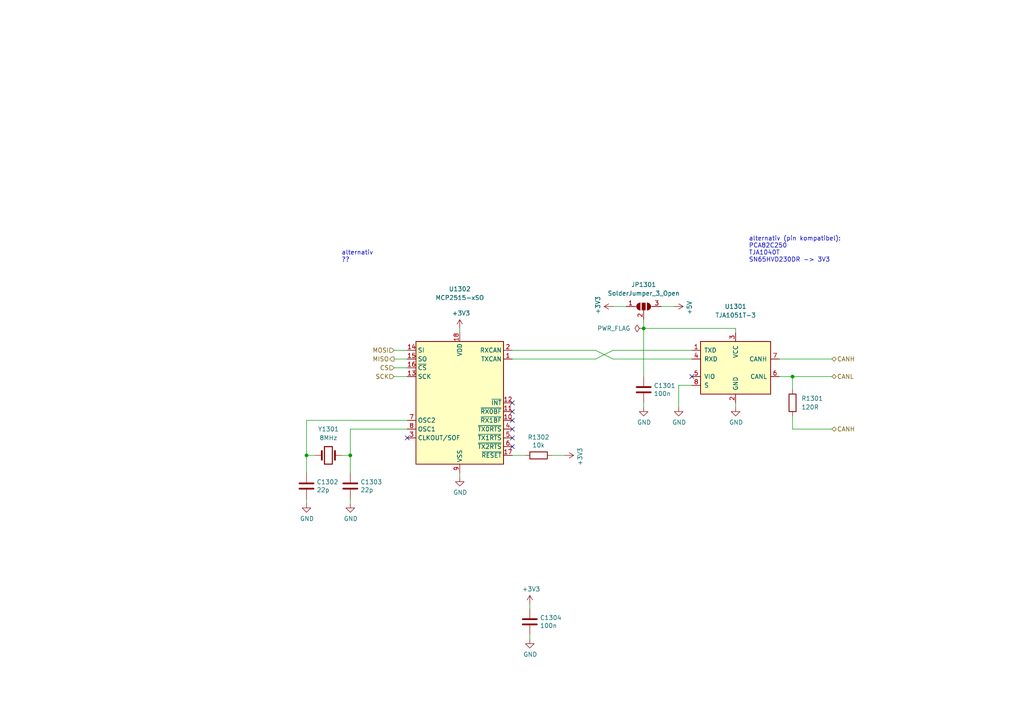
<source format=kicad_sch>
(kicad_sch (version 20211123) (generator eeschema)

  (uuid de588ed9-a530-46f0-aa03-e0307ff72286)

  (paper "A4")

  (lib_symbols
    (symbol "Device:C" (pin_numbers hide) (pin_names (offset 0.254)) (in_bom yes) (on_board yes)
      (property "Reference" "C" (id 0) (at 0.635 2.54 0)
        (effects (font (size 1.27 1.27)) (justify left))
      )
      (property "Value" "C" (id 1) (at 0.635 -2.54 0)
        (effects (font (size 1.27 1.27)) (justify left))
      )
      (property "Footprint" "" (id 2) (at 0.9652 -3.81 0)
        (effects (font (size 1.27 1.27)) hide)
      )
      (property "Datasheet" "~" (id 3) (at 0 0 0)
        (effects (font (size 1.27 1.27)) hide)
      )
      (property "ki_keywords" "cap capacitor" (id 4) (at 0 0 0)
        (effects (font (size 1.27 1.27)) hide)
      )
      (property "ki_description" "Unpolarized capacitor" (id 5) (at 0 0 0)
        (effects (font (size 1.27 1.27)) hide)
      )
      (property "ki_fp_filters" "C_*" (id 6) (at 0 0 0)
        (effects (font (size 1.27 1.27)) hide)
      )
      (symbol "C_0_1"
        (polyline
          (pts
            (xy -2.032 -0.762)
            (xy 2.032 -0.762)
          )
          (stroke (width 0.508) (type default) (color 0 0 0 0))
          (fill (type none))
        )
        (polyline
          (pts
            (xy -2.032 0.762)
            (xy 2.032 0.762)
          )
          (stroke (width 0.508) (type default) (color 0 0 0 0))
          (fill (type none))
        )
      )
      (symbol "C_1_1"
        (pin passive line (at 0 3.81 270) (length 2.794)
          (name "~" (effects (font (size 1.27 1.27))))
          (number "1" (effects (font (size 1.27 1.27))))
        )
        (pin passive line (at 0 -3.81 90) (length 2.794)
          (name "~" (effects (font (size 1.27 1.27))))
          (number "2" (effects (font (size 1.27 1.27))))
        )
      )
    )
    (symbol "Device:Crystal" (pin_numbers hide) (pin_names (offset 1.016) hide) (in_bom yes) (on_board yes)
      (property "Reference" "Y" (id 0) (at 0 3.81 0)
        (effects (font (size 1.27 1.27)))
      )
      (property "Value" "Crystal" (id 1) (at 0 -3.81 0)
        (effects (font (size 1.27 1.27)))
      )
      (property "Footprint" "" (id 2) (at 0 0 0)
        (effects (font (size 1.27 1.27)) hide)
      )
      (property "Datasheet" "~" (id 3) (at 0 0 0)
        (effects (font (size 1.27 1.27)) hide)
      )
      (property "ki_keywords" "quartz ceramic resonator oscillator" (id 4) (at 0 0 0)
        (effects (font (size 1.27 1.27)) hide)
      )
      (property "ki_description" "Two pin crystal" (id 5) (at 0 0 0)
        (effects (font (size 1.27 1.27)) hide)
      )
      (property "ki_fp_filters" "Crystal*" (id 6) (at 0 0 0)
        (effects (font (size 1.27 1.27)) hide)
      )
      (symbol "Crystal_0_1"
        (rectangle (start -1.143 2.54) (end 1.143 -2.54)
          (stroke (width 0.3048) (type default) (color 0 0 0 0))
          (fill (type none))
        )
        (polyline
          (pts
            (xy -2.54 0)
            (xy -1.905 0)
          )
          (stroke (width 0) (type default) (color 0 0 0 0))
          (fill (type none))
        )
        (polyline
          (pts
            (xy -1.905 -1.27)
            (xy -1.905 1.27)
          )
          (stroke (width 0.508) (type default) (color 0 0 0 0))
          (fill (type none))
        )
        (polyline
          (pts
            (xy 1.905 -1.27)
            (xy 1.905 1.27)
          )
          (stroke (width 0.508) (type default) (color 0 0 0 0))
          (fill (type none))
        )
        (polyline
          (pts
            (xy 2.54 0)
            (xy 1.905 0)
          )
          (stroke (width 0) (type default) (color 0 0 0 0))
          (fill (type none))
        )
      )
      (symbol "Crystal_1_1"
        (pin passive line (at -3.81 0 0) (length 1.27)
          (name "1" (effects (font (size 1.27 1.27))))
          (number "1" (effects (font (size 1.27 1.27))))
        )
        (pin passive line (at 3.81 0 180) (length 1.27)
          (name "2" (effects (font (size 1.27 1.27))))
          (number "2" (effects (font (size 1.27 1.27))))
        )
      )
    )
    (symbol "Device:R" (pin_numbers hide) (pin_names (offset 0)) (in_bom yes) (on_board yes)
      (property "Reference" "R" (id 0) (at 2.032 0 90)
        (effects (font (size 1.27 1.27)))
      )
      (property "Value" "R" (id 1) (at 0 0 90)
        (effects (font (size 1.27 1.27)))
      )
      (property "Footprint" "" (id 2) (at -1.778 0 90)
        (effects (font (size 1.27 1.27)) hide)
      )
      (property "Datasheet" "~" (id 3) (at 0 0 0)
        (effects (font (size 1.27 1.27)) hide)
      )
      (property "ki_keywords" "R res resistor" (id 4) (at 0 0 0)
        (effects (font (size 1.27 1.27)) hide)
      )
      (property "ki_description" "Resistor" (id 5) (at 0 0 0)
        (effects (font (size 1.27 1.27)) hide)
      )
      (property "ki_fp_filters" "R_*" (id 6) (at 0 0 0)
        (effects (font (size 1.27 1.27)) hide)
      )
      (symbol "R_0_1"
        (rectangle (start -1.016 -2.54) (end 1.016 2.54)
          (stroke (width 0.254) (type default) (color 0 0 0 0))
          (fill (type none))
        )
      )
      (symbol "R_1_1"
        (pin passive line (at 0 3.81 270) (length 1.27)
          (name "~" (effects (font (size 1.27 1.27))))
          (number "1" (effects (font (size 1.27 1.27))))
        )
        (pin passive line (at 0 -3.81 90) (length 1.27)
          (name "~" (effects (font (size 1.27 1.27))))
          (number "2" (effects (font (size 1.27 1.27))))
        )
      )
    )
    (symbol "Interface_CAN_LIN:MCP2515-xSO" (in_bom yes) (on_board yes)
      (property "Reference" "U" (id 0) (at -10.16 19.685 0)
        (effects (font (size 1.27 1.27)) (justify right))
      )
      (property "Value" "MCP2515-xSO" (id 1) (at 19.05 20.32 0)
        (effects (font (size 1.27 1.27)) (justify right top))
      )
      (property "Footprint" "Package_SO:SOIC-18W_7.5x11.6mm_P1.27mm" (id 2) (at 0 -22.86 0)
        (effects (font (size 1.27 1.27) italic) hide)
      )
      (property "Datasheet" "http://ww1.microchip.com/downloads/en/DeviceDoc/21801e.pdf" (id 3) (at 2.54 -20.32 0)
        (effects (font (size 1.27 1.27)) hide)
      )
      (property "ki_keywords" "CAN Controller SPI" (id 4) (at 0 0 0)
        (effects (font (size 1.27 1.27)) hide)
      )
      (property "ki_description" "Stand-Alone CAN Controller with SPI Interface, SOIC-18" (id 5) (at 0 0 0)
        (effects (font (size 1.27 1.27)) hide)
      )
      (property "ki_fp_filters" "SOIC*7.5x11.6mm*P1.27mm*" (id 6) (at 0 0 0)
        (effects (font (size 1.27 1.27)) hide)
      )
      (symbol "MCP2515-xSO_0_1"
        (rectangle (start -12.7 17.78) (end 12.7 -17.78)
          (stroke (width 0.254) (type default) (color 0 0 0 0))
          (fill (type background))
        )
      )
      (symbol "MCP2515-xSO_1_1"
        (pin output line (at 15.24 12.7 180) (length 2.54)
          (name "TXCAN" (effects (font (size 1.27 1.27))))
          (number "1" (effects (font (size 1.27 1.27))))
        )
        (pin output line (at 15.24 -5.08 180) (length 2.54)
          (name "~{RX1BF}" (effects (font (size 1.27 1.27))))
          (number "10" (effects (font (size 1.27 1.27))))
        )
        (pin output line (at 15.24 -2.54 180) (length 2.54)
          (name "~{RX0BF}" (effects (font (size 1.27 1.27))))
          (number "11" (effects (font (size 1.27 1.27))))
        )
        (pin output line (at 15.24 0 180) (length 2.54)
          (name "~{INT}" (effects (font (size 1.27 1.27))))
          (number "12" (effects (font (size 1.27 1.27))))
        )
        (pin input line (at -15.24 7.62 0) (length 2.54)
          (name "SCK" (effects (font (size 1.27 1.27))))
          (number "13" (effects (font (size 1.27 1.27))))
        )
        (pin input line (at -15.24 15.24 0) (length 2.54)
          (name "SI" (effects (font (size 1.27 1.27))))
          (number "14" (effects (font (size 1.27 1.27))))
        )
        (pin output line (at -15.24 12.7 0) (length 2.54)
          (name "SO" (effects (font (size 1.27 1.27))))
          (number "15" (effects (font (size 1.27 1.27))))
        )
        (pin input line (at -15.24 10.16 0) (length 2.54)
          (name "~{CS}" (effects (font (size 1.27 1.27))))
          (number "16" (effects (font (size 1.27 1.27))))
        )
        (pin input line (at 15.24 -15.24 180) (length 2.54)
          (name "~{RESET}" (effects (font (size 1.27 1.27))))
          (number "17" (effects (font (size 1.27 1.27))))
        )
        (pin power_in line (at 0 20.32 270) (length 2.54)
          (name "VDD" (effects (font (size 1.27 1.27))))
          (number "18" (effects (font (size 1.27 1.27))))
        )
        (pin input line (at 15.24 15.24 180) (length 2.54)
          (name "RXCAN" (effects (font (size 1.27 1.27))))
          (number "2" (effects (font (size 1.27 1.27))))
        )
        (pin output line (at -15.24 -10.16 0) (length 2.54)
          (name "CLKOUT/SOF" (effects (font (size 1.27 1.27))))
          (number "3" (effects (font (size 1.27 1.27))))
        )
        (pin input line (at 15.24 -7.62 180) (length 2.54)
          (name "~{TX0RTS}" (effects (font (size 1.27 1.27))))
          (number "4" (effects (font (size 1.27 1.27))))
        )
        (pin input line (at 15.24 -10.16 180) (length 2.54)
          (name "~{TX1RTS}" (effects (font (size 1.27 1.27))))
          (number "5" (effects (font (size 1.27 1.27))))
        )
        (pin input line (at 15.24 -12.7 180) (length 2.54)
          (name "~{TX2RTS}" (effects (font (size 1.27 1.27))))
          (number "6" (effects (font (size 1.27 1.27))))
        )
        (pin output line (at -15.24 -5.08 0) (length 2.54)
          (name "OSC2" (effects (font (size 1.27 1.27))))
          (number "7" (effects (font (size 1.27 1.27))))
        )
        (pin input line (at -15.24 -7.62 0) (length 2.54)
          (name "OSC1" (effects (font (size 1.27 1.27))))
          (number "8" (effects (font (size 1.27 1.27))))
        )
        (pin power_in line (at 0 -20.32 90) (length 2.54)
          (name "VSS" (effects (font (size 1.27 1.27))))
          (number "9" (effects (font (size 1.27 1.27))))
        )
      )
    )
    (symbol "Interface_CAN_LIN:TJA1051T-3" (pin_names (offset 1.016)) (in_bom yes) (on_board yes)
      (property "Reference" "U" (id 0) (at -10.16 8.89 0)
        (effects (font (size 1.27 1.27)) (justify left))
      )
      (property "Value" "TJA1051T-3" (id 1) (at 1.27 8.89 0)
        (effects (font (size 1.27 1.27)) (justify left))
      )
      (property "Footprint" "Package_SO:SOIC-8_3.9x4.9mm_P1.27mm" (id 2) (at 0 -12.7 0)
        (effects (font (size 1.27 1.27) italic) hide)
      )
      (property "Datasheet" "http://www.nxp.com/documents/data_sheet/TJA1051.pdf" (id 3) (at 0 0 0)
        (effects (font (size 1.27 1.27)) hide)
      )
      (property "ki_keywords" "High-Speed CAN Transceiver" (id 4) (at 0 0 0)
        (effects (font (size 1.27 1.27)) hide)
      )
      (property "ki_description" "High-Speed CAN Transceiver, separate VIO, silent mode, SOIC-8" (id 5) (at 0 0 0)
        (effects (font (size 1.27 1.27)) hide)
      )
      (property "ki_fp_filters" "SOIC*3.9x4.9mm*P1.27mm*" (id 6) (at 0 0 0)
        (effects (font (size 1.27 1.27)) hide)
      )
      (symbol "TJA1051T-3_0_1"
        (rectangle (start -10.16 7.62) (end 10.16 -7.62)
          (stroke (width 0.254) (type default) (color 0 0 0 0))
          (fill (type background))
        )
      )
      (symbol "TJA1051T-3_1_1"
        (pin input line (at -12.7 5.08 0) (length 2.54)
          (name "TXD" (effects (font (size 1.27 1.27))))
          (number "1" (effects (font (size 1.27 1.27))))
        )
        (pin power_in line (at 0 -10.16 90) (length 2.54)
          (name "GND" (effects (font (size 1.27 1.27))))
          (number "2" (effects (font (size 1.27 1.27))))
        )
        (pin power_in line (at 0 10.16 270) (length 2.54)
          (name "VCC" (effects (font (size 1.27 1.27))))
          (number "3" (effects (font (size 1.27 1.27))))
        )
        (pin output line (at -12.7 2.54 0) (length 2.54)
          (name "RXD" (effects (font (size 1.27 1.27))))
          (number "4" (effects (font (size 1.27 1.27))))
        )
        (pin power_in line (at -12.7 -2.54 0) (length 2.54)
          (name "VIO" (effects (font (size 1.27 1.27))))
          (number "5" (effects (font (size 1.27 1.27))))
        )
        (pin bidirectional line (at 12.7 -2.54 180) (length 2.54)
          (name "CANL" (effects (font (size 1.27 1.27))))
          (number "6" (effects (font (size 1.27 1.27))))
        )
        (pin bidirectional line (at 12.7 2.54 180) (length 2.54)
          (name "CANH" (effects (font (size 1.27 1.27))))
          (number "7" (effects (font (size 1.27 1.27))))
        )
        (pin input line (at -12.7 -5.08 0) (length 2.54)
          (name "S" (effects (font (size 1.27 1.27))))
          (number "8" (effects (font (size 1.27 1.27))))
        )
      )
    )
    (symbol "Jumper:SolderJumper_3_Open" (pin_names (offset 0) hide) (in_bom yes) (on_board yes)
      (property "Reference" "JP" (id 0) (at -2.54 -2.54 0)
        (effects (font (size 1.27 1.27)))
      )
      (property "Value" "SolderJumper_3_Open" (id 1) (at 0 2.794 0)
        (effects (font (size 1.27 1.27)))
      )
      (property "Footprint" "" (id 2) (at 0 0 0)
        (effects (font (size 1.27 1.27)) hide)
      )
      (property "Datasheet" "~" (id 3) (at 0 0 0)
        (effects (font (size 1.27 1.27)) hide)
      )
      (property "ki_keywords" "Solder Jumper SPDT" (id 4) (at 0 0 0)
        (effects (font (size 1.27 1.27)) hide)
      )
      (property "ki_description" "Solder Jumper, 3-pole, open" (id 5) (at 0 0 0)
        (effects (font (size 1.27 1.27)) hide)
      )
      (property "ki_fp_filters" "SolderJumper*Open*" (id 6) (at 0 0 0)
        (effects (font (size 1.27 1.27)) hide)
      )
      (symbol "SolderJumper_3_Open_0_1"
        (arc (start -1.016 1.016) (mid -2.032 0) (end -1.016 -1.016)
          (stroke (width 0) (type default) (color 0 0 0 0))
          (fill (type none))
        )
        (arc (start -1.016 1.016) (mid -2.032 0) (end -1.016 -1.016)
          (stroke (width 0) (type default) (color 0 0 0 0))
          (fill (type outline))
        )
        (rectangle (start -0.508 1.016) (end 0.508 -1.016)
          (stroke (width 0) (type default) (color 0 0 0 0))
          (fill (type outline))
        )
        (polyline
          (pts
            (xy -2.54 0)
            (xy -2.032 0)
          )
          (stroke (width 0) (type default) (color 0 0 0 0))
          (fill (type none))
        )
        (polyline
          (pts
            (xy -1.016 1.016)
            (xy -1.016 -1.016)
          )
          (stroke (width 0) (type default) (color 0 0 0 0))
          (fill (type none))
        )
        (polyline
          (pts
            (xy 0 -1.27)
            (xy 0 -1.016)
          )
          (stroke (width 0) (type default) (color 0 0 0 0))
          (fill (type none))
        )
        (polyline
          (pts
            (xy 1.016 1.016)
            (xy 1.016 -1.016)
          )
          (stroke (width 0) (type default) (color 0 0 0 0))
          (fill (type none))
        )
        (polyline
          (pts
            (xy 2.54 0)
            (xy 2.032 0)
          )
          (stroke (width 0) (type default) (color 0 0 0 0))
          (fill (type none))
        )
        (arc (start 1.016 -1.016) (mid 2.032 0) (end 1.016 1.016)
          (stroke (width 0) (type default) (color 0 0 0 0))
          (fill (type none))
        )
        (arc (start 1.016 -1.016) (mid 2.032 0) (end 1.016 1.016)
          (stroke (width 0) (type default) (color 0 0 0 0))
          (fill (type outline))
        )
      )
      (symbol "SolderJumper_3_Open_1_1"
        (pin passive line (at -5.08 0 0) (length 2.54)
          (name "A" (effects (font (size 1.27 1.27))))
          (number "1" (effects (font (size 1.27 1.27))))
        )
        (pin passive line (at 0 -3.81 90) (length 2.54)
          (name "C" (effects (font (size 1.27 1.27))))
          (number "2" (effects (font (size 1.27 1.27))))
        )
        (pin passive line (at 5.08 0 180) (length 2.54)
          (name "B" (effects (font (size 1.27 1.27))))
          (number "3" (effects (font (size 1.27 1.27))))
        )
      )
    )
    (symbol "power:+3V3" (power) (pin_names (offset 0)) (in_bom yes) (on_board yes)
      (property "Reference" "#PWR" (id 0) (at 0 -3.81 0)
        (effects (font (size 1.27 1.27)) hide)
      )
      (property "Value" "+3V3" (id 1) (at 0 3.556 0)
        (effects (font (size 1.27 1.27)))
      )
      (property "Footprint" "" (id 2) (at 0 0 0)
        (effects (font (size 1.27 1.27)) hide)
      )
      (property "Datasheet" "" (id 3) (at 0 0 0)
        (effects (font (size 1.27 1.27)) hide)
      )
      (property "ki_keywords" "power-flag" (id 4) (at 0 0 0)
        (effects (font (size 1.27 1.27)) hide)
      )
      (property "ki_description" "Power symbol creates a global label with name \"+3V3\"" (id 5) (at 0 0 0)
        (effects (font (size 1.27 1.27)) hide)
      )
      (symbol "+3V3_0_1"
        (polyline
          (pts
            (xy -0.762 1.27)
            (xy 0 2.54)
          )
          (stroke (width 0) (type default) (color 0 0 0 0))
          (fill (type none))
        )
        (polyline
          (pts
            (xy 0 0)
            (xy 0 2.54)
          )
          (stroke (width 0) (type default) (color 0 0 0 0))
          (fill (type none))
        )
        (polyline
          (pts
            (xy 0 2.54)
            (xy 0.762 1.27)
          )
          (stroke (width 0) (type default) (color 0 0 0 0))
          (fill (type none))
        )
      )
      (symbol "+3V3_1_1"
        (pin power_in line (at 0 0 90) (length 0) hide
          (name "+3V3" (effects (font (size 1.27 1.27))))
          (number "1" (effects (font (size 1.27 1.27))))
        )
      )
    )
    (symbol "power:+5V" (power) (pin_names (offset 0)) (in_bom yes) (on_board yes)
      (property "Reference" "#PWR" (id 0) (at 0 -3.81 0)
        (effects (font (size 1.27 1.27)) hide)
      )
      (property "Value" "+5V" (id 1) (at 0 3.556 0)
        (effects (font (size 1.27 1.27)))
      )
      (property "Footprint" "" (id 2) (at 0 0 0)
        (effects (font (size 1.27 1.27)) hide)
      )
      (property "Datasheet" "" (id 3) (at 0 0 0)
        (effects (font (size 1.27 1.27)) hide)
      )
      (property "ki_keywords" "power-flag" (id 4) (at 0 0 0)
        (effects (font (size 1.27 1.27)) hide)
      )
      (property "ki_description" "Power symbol creates a global label with name \"+5V\"" (id 5) (at 0 0 0)
        (effects (font (size 1.27 1.27)) hide)
      )
      (symbol "+5V_0_1"
        (polyline
          (pts
            (xy -0.762 1.27)
            (xy 0 2.54)
          )
          (stroke (width 0) (type default) (color 0 0 0 0))
          (fill (type none))
        )
        (polyline
          (pts
            (xy 0 0)
            (xy 0 2.54)
          )
          (stroke (width 0) (type default) (color 0 0 0 0))
          (fill (type none))
        )
        (polyline
          (pts
            (xy 0 2.54)
            (xy 0.762 1.27)
          )
          (stroke (width 0) (type default) (color 0 0 0 0))
          (fill (type none))
        )
      )
      (symbol "+5V_1_1"
        (pin power_in line (at 0 0 90) (length 0) hide
          (name "+5V" (effects (font (size 1.27 1.27))))
          (number "1" (effects (font (size 1.27 1.27))))
        )
      )
    )
    (symbol "power:GND" (power) (pin_names (offset 0)) (in_bom yes) (on_board yes)
      (property "Reference" "#PWR" (id 0) (at 0 -6.35 0)
        (effects (font (size 1.27 1.27)) hide)
      )
      (property "Value" "GND" (id 1) (at 0 -3.81 0)
        (effects (font (size 1.27 1.27)))
      )
      (property "Footprint" "" (id 2) (at 0 0 0)
        (effects (font (size 1.27 1.27)) hide)
      )
      (property "Datasheet" "" (id 3) (at 0 0 0)
        (effects (font (size 1.27 1.27)) hide)
      )
      (property "ki_keywords" "power-flag" (id 4) (at 0 0 0)
        (effects (font (size 1.27 1.27)) hide)
      )
      (property "ki_description" "Power symbol creates a global label with name \"GND\" , ground" (id 5) (at 0 0 0)
        (effects (font (size 1.27 1.27)) hide)
      )
      (symbol "GND_0_1"
        (polyline
          (pts
            (xy 0 0)
            (xy 0 -1.27)
            (xy 1.27 -1.27)
            (xy 0 -2.54)
            (xy -1.27 -1.27)
            (xy 0 -1.27)
          )
          (stroke (width 0) (type default) (color 0 0 0 0))
          (fill (type none))
        )
      )
      (symbol "GND_1_1"
        (pin power_in line (at 0 0 270) (length 0) hide
          (name "GND" (effects (font (size 1.27 1.27))))
          (number "1" (effects (font (size 1.27 1.27))))
        )
      )
    )
    (symbol "power:PWR_FLAG" (power) (pin_numbers hide) (pin_names (offset 0) hide) (in_bom yes) (on_board yes)
      (property "Reference" "#FLG" (id 0) (at 0 1.905 0)
        (effects (font (size 1.27 1.27)) hide)
      )
      (property "Value" "PWR_FLAG" (id 1) (at 0 3.81 0)
        (effects (font (size 1.27 1.27)))
      )
      (property "Footprint" "" (id 2) (at 0 0 0)
        (effects (font (size 1.27 1.27)) hide)
      )
      (property "Datasheet" "~" (id 3) (at 0 0 0)
        (effects (font (size 1.27 1.27)) hide)
      )
      (property "ki_keywords" "power-flag" (id 4) (at 0 0 0)
        (effects (font (size 1.27 1.27)) hide)
      )
      (property "ki_description" "Special symbol for telling ERC where power comes from" (id 5) (at 0 0 0)
        (effects (font (size 1.27 1.27)) hide)
      )
      (symbol "PWR_FLAG_0_0"
        (pin power_out line (at 0 0 90) (length 0)
          (name "pwr" (effects (font (size 1.27 1.27))))
          (number "1" (effects (font (size 1.27 1.27))))
        )
      )
      (symbol "PWR_FLAG_0_1"
        (polyline
          (pts
            (xy 0 0)
            (xy 0 1.27)
            (xy -1.016 1.905)
            (xy 0 2.54)
            (xy 1.016 1.905)
            (xy 0 1.27)
          )
          (stroke (width 0) (type default) (color 0 0 0 0))
          (fill (type none))
        )
      )
    )
  )

  (junction (at 101.6 132.08) (diameter 0) (color 0 0 0 0)
    (uuid 998d8a7e-27d2-40ac-a9c8-6fe616f3d0fb)
  )
  (junction (at 88.9 132.08) (diameter 0) (color 0 0 0 0)
    (uuid 9a761e46-513e-405a-93a4-83fc263bf33a)
  )
  (junction (at 229.87 109.22) (diameter 0) (color 0 0 0 0)
    (uuid c123422d-6248-4dcd-9780-ede33c394a5a)
  )
  (junction (at 186.69 95.25) (diameter 0) (color 0 0 0 0)
    (uuid cce1404b-fc30-47cc-b852-e0061990f2bb)
  )

  (no_connect (at 148.59 127) (uuid 02289c61-13df-495e-a809-03e3a71bb201))
  (no_connect (at 200.66 109.22) (uuid 35431843-170f-401f-88d7-da91172bed86))
  (no_connect (at 118.11 127) (uuid 44a8a96b-3053-4222-9241-aa484f5ebe13))
  (no_connect (at 148.59 129.54) (uuid 6999550c-f78a-4aae-9243-1b3881f5bb3b))
  (no_connect (at 148.59 124.46) (uuid 8202d57b-d5d2-4a80-8c03-3c6bdbbd1ddf))
  (no_connect (at 148.59 121.92) (uuid a2a33a3d-c501-4e33-b67b-7d07ef8aa4a7))
  (no_connect (at 148.59 116.84) (uuid a2a4b1ad-c51a-492d-9e99-410eec4f55a3))
  (no_connect (at 148.59 119.38) (uuid f6a5cab3-78e5-4acf-8c67-f401df2846d0))

  (wire (pts (xy 88.9 146.05) (xy 88.9 144.78))
    (stroke (width 0) (type default) (color 0 0 0 0))
    (uuid 19264aae-fe9e-4afc-84ac-56ec33a3b20d)
  )
  (wire (pts (xy 186.69 95.25) (xy 213.36 95.25))
    (stroke (width 0) (type default) (color 0 0 0 0))
    (uuid 245a6fb4-6361-4438-82ca-8861d43ca7f5)
  )
  (wire (pts (xy 186.69 95.25) (xy 186.69 109.22))
    (stroke (width 0) (type default) (color 0 0 0 0))
    (uuid 296ded40-ed53-4798-8db4-dad7b794226b)
  )
  (wire (pts (xy 196.85 118.11) (xy 196.85 111.76))
    (stroke (width 0) (type default) (color 0 0 0 0))
    (uuid 2b7c4f37-42c0-4571-a44b-b808484d3d74)
  )
  (wire (pts (xy 186.69 95.25) (xy 186.69 92.71))
    (stroke (width 0) (type default) (color 0 0 0 0))
    (uuid 2e0f69a6-955c-44f2-af4d-b4ad566ef54b)
  )
  (wire (pts (xy 88.9 137.16) (xy 88.9 132.08))
    (stroke (width 0) (type default) (color 0 0 0 0))
    (uuid 3074614d-9421-42e5-8022-e187b40fe97d)
  )
  (wire (pts (xy 172.72 104.14) (xy 177.8 101.6))
    (stroke (width 0) (type default) (color 0 0 0 0))
    (uuid 337d1242-91ab-4446-8b9e-7609c6a49e3c)
  )
  (wire (pts (xy 118.11 106.68) (xy 114.3 106.68))
    (stroke (width 0) (type default) (color 0 0 0 0))
    (uuid 3675ad1a-972f-4046-b23a-e6ca04304035)
  )
  (wire (pts (xy 118.11 124.46) (xy 101.6 124.46))
    (stroke (width 0) (type default) (color 0 0 0 0))
    (uuid 36f62b0a-af78-4f6d-9faf-123a4c3c4404)
  )
  (wire (pts (xy 133.35 96.52) (xy 133.35 95.25))
    (stroke (width 0) (type default) (color 0 0 0 0))
    (uuid 3e147ce1-21a6-4e77-a3db-fd00d575cd22)
  )
  (wire (pts (xy 88.9 121.92) (xy 88.9 132.08))
    (stroke (width 0) (type default) (color 0 0 0 0))
    (uuid 41c9297a-caff-44e1-a10a-0164a6b360ea)
  )
  (wire (pts (xy 118.11 101.6) (xy 114.3 101.6))
    (stroke (width 0) (type default) (color 0 0 0 0))
    (uuid 44509293-79e2-4fab-8860-b0cecb591afa)
  )
  (wire (pts (xy 191.77 88.9) (xy 195.58 88.9))
    (stroke (width 0) (type default) (color 0 0 0 0))
    (uuid 47be24ee-e15b-4cee-b84b-350111ac1499)
  )
  (wire (pts (xy 213.36 95.25) (xy 213.36 96.52))
    (stroke (width 0) (type default) (color 0 0 0 0))
    (uuid 49b38f13-9789-4c6d-bbd5-2c69a9e19e69)
  )
  (wire (pts (xy 114.3 104.14) (xy 118.11 104.14))
    (stroke (width 0) (type default) (color 0 0 0 0))
    (uuid 4c2c4532-9bed-4cb7-a16d-50878f22916d)
  )
  (wire (pts (xy 153.67 185.42) (xy 153.67 184.15))
    (stroke (width 0) (type default) (color 0 0 0 0))
    (uuid 4c4b4317-29d0-438a-b331-525ede18773a)
  )
  (wire (pts (xy 229.87 124.46) (xy 241.3 124.46))
    (stroke (width 0) (type default) (color 0 0 0 0))
    (uuid 4d5225ff-93dc-447e-978b-0084dfd27bca)
  )
  (wire (pts (xy 148.59 104.14) (xy 172.72 104.14))
    (stroke (width 0) (type default) (color 0 0 0 0))
    (uuid 4d6dfe4f-0070-449e-bb5c-a3b1d4b26ba7)
  )
  (wire (pts (xy 186.69 118.11) (xy 186.69 116.84))
    (stroke (width 0) (type default) (color 0 0 0 0))
    (uuid 5290e0d7-1f24-4c0b-91ff-28c5a304ab9a)
  )
  (wire (pts (xy 133.35 138.43) (xy 133.35 137.16))
    (stroke (width 0) (type default) (color 0 0 0 0))
    (uuid 5bb32dcb-8a97-4374-8a16-bc17822d4db3)
  )
  (wire (pts (xy 148.59 101.6) (xy 172.72 101.6))
    (stroke (width 0) (type default) (color 0 0 0 0))
    (uuid 624c6565-c4fd-4d29-87af-f77dd1ba0898)
  )
  (wire (pts (xy 196.85 111.76) (xy 200.66 111.76))
    (stroke (width 0) (type default) (color 0 0 0 0))
    (uuid 6fddc16f-ccc1-4ade-884c-d6efda461da8)
  )
  (wire (pts (xy 177.8 88.9) (xy 181.61 88.9))
    (stroke (width 0) (type default) (color 0 0 0 0))
    (uuid 71079b24-2e2e-494b-a607-86ccdae75c6e)
  )
  (wire (pts (xy 101.6 146.05) (xy 101.6 144.78))
    (stroke (width 0) (type default) (color 0 0 0 0))
    (uuid 7e232027-e1fd-4d55-a751-dd67130d7d22)
  )
  (wire (pts (xy 226.06 109.22) (xy 229.87 109.22))
    (stroke (width 0) (type default) (color 0 0 0 0))
    (uuid 8019bb27-2172-4d60-932e-7bd55a890b6c)
  )
  (wire (pts (xy 153.67 176.53) (xy 153.67 175.26))
    (stroke (width 0) (type default) (color 0 0 0 0))
    (uuid 83d9db3e-661a-47bf-b26c-99313ad8bac9)
  )
  (wire (pts (xy 160.02 132.08) (xy 163.83 132.08))
    (stroke (width 0) (type default) (color 0 0 0 0))
    (uuid aa0e7fe7-e9c2-477f-bcb2-53a1ebd9e3a6)
  )
  (wire (pts (xy 118.11 121.92) (xy 88.9 121.92))
    (stroke (width 0) (type default) (color 0 0 0 0))
    (uuid addb4717-1547-4a62-b736-d2ca924c01c9)
  )
  (wire (pts (xy 101.6 124.46) (xy 101.6 132.08))
    (stroke (width 0) (type default) (color 0 0 0 0))
    (uuid ae062047-186e-4c9f-bfae-112cdff22d0b)
  )
  (wire (pts (xy 213.36 118.11) (xy 213.36 116.84))
    (stroke (width 0) (type default) (color 0 0 0 0))
    (uuid c11e04e4-f63f-46b9-9a9c-9c7df49e614a)
  )
  (wire (pts (xy 101.6 132.08) (xy 101.6 137.16))
    (stroke (width 0) (type default) (color 0 0 0 0))
    (uuid c306b968-84ca-450b-bd55-179feb844530)
  )
  (wire (pts (xy 88.9 132.08) (xy 91.44 132.08))
    (stroke (width 0) (type default) (color 0 0 0 0))
    (uuid cebd9385-f3b0-40c3-914c-7355678db686)
  )
  (wire (pts (xy 229.87 109.22) (xy 241.3 109.22))
    (stroke (width 0) (type default) (color 0 0 0 0))
    (uuid d2915ae9-68fb-45ec-957b-d238e48adb93)
  )
  (wire (pts (xy 229.87 120.65) (xy 229.87 124.46))
    (stroke (width 0) (type default) (color 0 0 0 0))
    (uuid d29b25fc-d8c5-4824-84d9-fcc591ac9c00)
  )
  (wire (pts (xy 172.72 101.6) (xy 177.8 104.14))
    (stroke (width 0) (type default) (color 0 0 0 0))
    (uuid d68589fa-205b-4356-a20d-821c85f5f45e)
  )
  (wire (pts (xy 99.06 132.08) (xy 101.6 132.08))
    (stroke (width 0) (type default) (color 0 0 0 0))
    (uuid ec6164ec-03fb-4404-81e3-82b76d053923)
  )
  (wire (pts (xy 226.06 104.14) (xy 241.3 104.14))
    (stroke (width 0) (type default) (color 0 0 0 0))
    (uuid edcace39-18ad-405d-91c6-876c79c44afc)
  )
  (wire (pts (xy 229.87 109.22) (xy 229.87 113.03))
    (stroke (width 0) (type default) (color 0 0 0 0))
    (uuid f1a8ff4d-1933-408c-b6f4-e733182b7f1d)
  )
  (wire (pts (xy 177.8 104.14) (xy 200.66 104.14))
    (stroke (width 0) (type default) (color 0 0 0 0))
    (uuid f205e125-3760-485b-b76a-dc2502dc5679)
  )
  (wire (pts (xy 114.3 109.22) (xy 118.11 109.22))
    (stroke (width 0) (type default) (color 0 0 0 0))
    (uuid f58fca4c-73af-416f-b236-f3bb62b8fd00)
  )
  (wire (pts (xy 177.8 101.6) (xy 200.66 101.6))
    (stroke (width 0) (type default) (color 0 0 0 0))
    (uuid f60d71f9-9a8e-4a62-960d-f7b9664aea76)
  )
  (wire (pts (xy 148.59 132.08) (xy 152.4 132.08))
    (stroke (width 0) (type default) (color 0 0 0 0))
    (uuid fe431a80-868e-482d-aa91-c96eb8387d6a)
  )

  (text "alternativ\n??" (at 99.06 76.2 0)
    (effects (font (size 1.27 1.27)) (justify left bottom))
    (uuid 4d55ddc7-73be-49f7-98ea-a0ba474cbdb0)
  )
  (text "alternativ (pin kompatibel):\nPCA82C250\nTJA1040T\nSN65HVD230DR -> 3V3"
    (at 217.17 76.2 0)
    (effects (font (size 1.27 1.27)) (justify left bottom))
    (uuid b6f041a4-3ea0-418b-94a2-50c938beafa2)
  )

  (hierarchical_label "CANL" (shape bidirectional) (at 241.3 109.22 0)
    (effects (font (size 1.27 1.27)) (justify left))
    (uuid 19b6f564-2d9b-4d40-89ef-7202bbb6cc4e)
  )
  (hierarchical_label "CANH" (shape bidirectional) (at 241.3 124.46 0)
    (effects (font (size 1.27 1.27)) (justify left))
    (uuid 280fbe44-c743-4238-91fd-ca8cfed893dc)
  )
  (hierarchical_label "CS" (shape input) (at 114.3 106.68 180)
    (effects (font (size 1.27 1.27)) (justify right))
    (uuid 3388a811-b444-4ecc-a564-b22a1b731ab4)
  )
  (hierarchical_label "MOSI" (shape input) (at 114.3 101.6 180)
    (effects (font (size 1.27 1.27)) (justify right))
    (uuid 47957453-fce7-4d98-833c-e34bb8a852a5)
  )
  (hierarchical_label "SCK" (shape input) (at 114.3 109.22 180)
    (effects (font (size 1.27 1.27)) (justify right))
    (uuid 73a6ec8e-8641-4014-be28-4611d398be32)
  )
  (hierarchical_label "MISO" (shape output) (at 114.3 104.14 180)
    (effects (font (size 1.27 1.27)) (justify right))
    (uuid 8aa8d47e-f495-4049-8ac9-7f2ac3205412)
  )
  (hierarchical_label "CANH" (shape bidirectional) (at 241.3 104.14 0)
    (effects (font (size 1.27 1.27)) (justify left))
    (uuid 932cd002-4c67-45b5-a44c-d0eab9015699)
  )

  (symbol (lib_id "Interface_CAN_LIN:TJA1051T-3") (at 213.36 106.68 0) (unit 1)
    (in_bom yes) (on_board yes)
    (uuid 00000000-0000-0000-0000-0000616a14f6)
    (property "Reference" "U1301" (id 0) (at 213.36 88.9 0))
    (property "Value" "TJA1051T-3" (id 1) (at 213.36 91.44 0))
    (property "Footprint" "Package_SO:SOIC-8_3.9x4.9mm_P1.27mm" (id 2) (at 213.36 119.38 0)
      (effects (font (size 1.27 1.27) italic) hide)
    )
    (property "Datasheet" "http://www.nxp.com/documents/data_sheet/TJA1051.pdf" (id 3) (at 213.36 106.68 0)
      (effects (font (size 1.27 1.27)) hide)
    )
    (property "LCSC" "C38695" (id 4) (at 213.36 106.68 0)
      (effects (font (size 1.27 1.27)) hide)
    )
    (pin "1" (uuid ccb7e5e0-0762-4f2d-a0a6-174cc48c8639))
    (pin "2" (uuid 39ff0070-ce04-4b1f-9cb5-470c2baee640))
    (pin "3" (uuid 7013ae71-7423-488a-9d44-fb79e8cc67dd))
    (pin "4" (uuid 9908b290-8381-46d5-88ca-8fb39f34b960))
    (pin "5" (uuid 10e83e30-aa69-4831-a93e-9c3a434fb853))
    (pin "6" (uuid d2a5de61-365b-4871-bc8f-cc45d4937958))
    (pin "7" (uuid 7016a3cd-22fa-4add-a517-225c7f202894))
    (pin "8" (uuid eaf8a280-33f4-4999-843d-8a347f216c4a))
  )

  (symbol (lib_id "Device:R") (at 156.21 132.08 270) (unit 1)
    (in_bom yes) (on_board yes)
    (uuid 00000000-0000-0000-0000-0000616a6ca6)
    (property "Reference" "R1302" (id 0) (at 156.21 126.8222 90))
    (property "Value" "10k" (id 1) (at 156.21 129.1336 90))
    (property "Footprint" "Resistor_SMD:R_0603_1608Metric" (id 2) (at 156.21 130.302 90)
      (effects (font (size 1.27 1.27)) hide)
    )
    (property "Datasheet" "~" (id 3) (at 156.21 132.08 0)
      (effects (font (size 1.27 1.27)) hide)
    )
    (pin "1" (uuid c326a27b-cb4d-474a-93fd-7377f813a82a))
    (pin "2" (uuid ad7de09b-bf83-414c-8d2d-a6ce3d12c421))
  )

  (symbol (lib_id "power:GND") (at 213.36 118.11 0) (unit 1)
    (in_bom yes) (on_board yes)
    (uuid 00000000-0000-0000-0000-0000616a9f6d)
    (property "Reference" "#PWR01307" (id 0) (at 213.36 124.46 0)
      (effects (font (size 1.27 1.27)) hide)
    )
    (property "Value" "GND" (id 1) (at 213.487 122.5042 0))
    (property "Footprint" "" (id 2) (at 213.36 118.11 0)
      (effects (font (size 1.27 1.27)) hide)
    )
    (property "Datasheet" "" (id 3) (at 213.36 118.11 0)
      (effects (font (size 1.27 1.27)) hide)
    )
    (pin "1" (uuid 58b6922f-99fd-44a4-8a11-c487ce210bec))
  )

  (symbol (lib_id "power:+3V3") (at 133.35 95.25 0) (unit 1)
    (in_bom yes) (on_board yes)
    (uuid 00000000-0000-0000-0000-0000616acdc9)
    (property "Reference" "#PWR01303" (id 0) (at 133.35 99.06 0)
      (effects (font (size 1.27 1.27)) hide)
    )
    (property "Value" "+3V3" (id 1) (at 133.731 90.8558 0))
    (property "Footprint" "" (id 2) (at 133.35 95.25 0)
      (effects (font (size 1.27 1.27)) hide)
    )
    (property "Datasheet" "" (id 3) (at 133.35 95.25 0)
      (effects (font (size 1.27 1.27)) hide)
    )
    (pin "1" (uuid 3631524f-6e3a-4a5e-b290-49b7672936d3))
  )

  (symbol (lib_id "power:+3V3") (at 163.83 132.08 270) (unit 1)
    (in_bom yes) (on_board yes)
    (uuid 00000000-0000-0000-0000-0000616ad309)
    (property "Reference" "#PWR01308" (id 0) (at 160.02 132.08 0)
      (effects (font (size 1.27 1.27)) hide)
    )
    (property "Value" "+3V3" (id 1) (at 168.2242 132.461 0))
    (property "Footprint" "" (id 2) (at 163.83 132.08 0)
      (effects (font (size 1.27 1.27)) hide)
    )
    (property "Datasheet" "" (id 3) (at 163.83 132.08 0)
      (effects (font (size 1.27 1.27)) hide)
    )
    (pin "1" (uuid f0dbada9-d54d-4cd4-bd0e-391cb6fe6cf8))
  )

  (symbol (lib_id "power:GND") (at 133.35 138.43 0) (unit 1)
    (in_bom yes) (on_board yes)
    (uuid 00000000-0000-0000-0000-0000616ada40)
    (property "Reference" "#PWR01309" (id 0) (at 133.35 144.78 0)
      (effects (font (size 1.27 1.27)) hide)
    )
    (property "Value" "GND" (id 1) (at 133.477 142.8242 0))
    (property "Footprint" "" (id 2) (at 133.35 138.43 0)
      (effects (font (size 1.27 1.27)) hide)
    )
    (property "Datasheet" "" (id 3) (at 133.35 138.43 0)
      (effects (font (size 1.27 1.27)) hide)
    )
    (pin "1" (uuid aa67db6c-ae1a-4cd7-afb6-bdc1c7d07056))
  )

  (symbol (lib_id "Device:C") (at 153.67 180.34 0) (unit 1)
    (in_bom yes) (on_board yes)
    (uuid 00000000-0000-0000-0000-0000616ae964)
    (property "Reference" "C1304" (id 0) (at 156.591 179.1716 0)
      (effects (font (size 1.27 1.27)) (justify left))
    )
    (property "Value" "100n" (id 1) (at 156.591 181.483 0)
      (effects (font (size 1.27 1.27)) (justify left))
    )
    (property "Footprint" "Capacitor_SMD:C_0603_1608Metric" (id 2) (at 154.6352 184.15 0)
      (effects (font (size 1.27 1.27)) hide)
    )
    (property "Datasheet" "~" (id 3) (at 153.67 180.34 0)
      (effects (font (size 1.27 1.27)) hide)
    )
    (pin "1" (uuid 6a0ca2c8-bc08-437c-a871-a56c811715d2))
    (pin "2" (uuid 09b1d05c-45db-4f82-846a-0822a62adc17))
  )

  (symbol (lib_id "power:GND") (at 153.67 185.42 0) (unit 1)
    (in_bom yes) (on_board yes)
    (uuid 00000000-0000-0000-0000-0000616b167e)
    (property "Reference" "#PWR01313" (id 0) (at 153.67 191.77 0)
      (effects (font (size 1.27 1.27)) hide)
    )
    (property "Value" "GND" (id 1) (at 153.797 189.8142 0))
    (property "Footprint" "" (id 2) (at 153.67 185.42 0)
      (effects (font (size 1.27 1.27)) hide)
    )
    (property "Datasheet" "" (id 3) (at 153.67 185.42 0)
      (effects (font (size 1.27 1.27)) hide)
    )
    (pin "1" (uuid b581c905-09d3-4d38-82c9-6cec6503acff))
  )

  (symbol (lib_id "power:+3V3") (at 153.67 175.26 0) (unit 1)
    (in_bom yes) (on_board yes)
    (uuid 00000000-0000-0000-0000-0000616b1684)
    (property "Reference" "#PWR01312" (id 0) (at 153.67 179.07 0)
      (effects (font (size 1.27 1.27)) hide)
    )
    (property "Value" "+3V3" (id 1) (at 154.051 170.8658 0))
    (property "Footprint" "" (id 2) (at 153.67 175.26 0)
      (effects (font (size 1.27 1.27)) hide)
    )
    (property "Datasheet" "" (id 3) (at 153.67 175.26 0)
      (effects (font (size 1.27 1.27)) hide)
    )
    (pin "1" (uuid 17112eb8-de3c-4af5-818c-552c87f6a41d))
  )

  (symbol (lib_id "Device:C") (at 186.69 113.03 0) (unit 1)
    (in_bom yes) (on_board yes)
    (uuid 00000000-0000-0000-0000-0000616b4ee6)
    (property "Reference" "C1301" (id 0) (at 189.611 111.8616 0)
      (effects (font (size 1.27 1.27)) (justify left))
    )
    (property "Value" "100n" (id 1) (at 189.611 114.173 0)
      (effects (font (size 1.27 1.27)) (justify left))
    )
    (property "Footprint" "Capacitor_SMD:C_0603_1608Metric" (id 2) (at 187.6552 116.84 0)
      (effects (font (size 1.27 1.27)) hide)
    )
    (property "Datasheet" "~" (id 3) (at 186.69 113.03 0)
      (effects (font (size 1.27 1.27)) hide)
    )
    (pin "1" (uuid e02c95a0-0132-43c0-9629-89cbded5d630))
    (pin "2" (uuid 39aad625-c6f9-4299-ba8b-41788327a10a))
  )

  (symbol (lib_id "power:GND") (at 186.69 118.11 0) (unit 1)
    (in_bom yes) (on_board yes)
    (uuid 00000000-0000-0000-0000-0000616b4eec)
    (property "Reference" "#PWR01305" (id 0) (at 186.69 124.46 0)
      (effects (font (size 1.27 1.27)) hide)
    )
    (property "Value" "GND" (id 1) (at 186.817 122.5042 0))
    (property "Footprint" "" (id 2) (at 186.69 118.11 0)
      (effects (font (size 1.27 1.27)) hide)
    )
    (property "Datasheet" "" (id 3) (at 186.69 118.11 0)
      (effects (font (size 1.27 1.27)) hide)
    )
    (pin "1" (uuid b79d3b61-fb48-4130-95a8-6dce0ea0641a))
  )

  (symbol (lib_id "Device:C") (at 88.9 140.97 0) (unit 1)
    (in_bom yes) (on_board yes)
    (uuid 00000000-0000-0000-0000-0000616b5f3a)
    (property "Reference" "C1302" (id 0) (at 91.821 139.8016 0)
      (effects (font (size 1.27 1.27)) (justify left))
    )
    (property "Value" "22p" (id 1) (at 91.821 142.113 0)
      (effects (font (size 1.27 1.27)) (justify left))
    )
    (property "Footprint" "Capacitor_SMD:C_0603_1608Metric" (id 2) (at 89.8652 144.78 0)
      (effects (font (size 1.27 1.27)) hide)
    )
    (property "Datasheet" "~" (id 3) (at 88.9 140.97 0)
      (effects (font (size 1.27 1.27)) hide)
    )
    (pin "1" (uuid a34f5d52-9359-4023-b3c9-cc29f8521fff))
    (pin "2" (uuid 03787c71-f103-43c5-a516-febfcf147efa))
  )

  (symbol (lib_id "power:GND") (at 88.9 146.05 0) (unit 1)
    (in_bom yes) (on_board yes)
    (uuid 00000000-0000-0000-0000-0000616b6638)
    (property "Reference" "#PWR01310" (id 0) (at 88.9 152.4 0)
      (effects (font (size 1.27 1.27)) hide)
    )
    (property "Value" "GND" (id 1) (at 89.027 150.4442 0))
    (property "Footprint" "" (id 2) (at 88.9 146.05 0)
      (effects (font (size 1.27 1.27)) hide)
    )
    (property "Datasheet" "" (id 3) (at 88.9 146.05 0)
      (effects (font (size 1.27 1.27)) hide)
    )
    (pin "1" (uuid cb07ca11-f842-4f3b-a4d4-9f9232c803ad))
  )

  (symbol (lib_id "Device:C") (at 101.6 140.97 0) (unit 1)
    (in_bom yes) (on_board yes)
    (uuid 00000000-0000-0000-0000-0000616b802d)
    (property "Reference" "C1303" (id 0) (at 104.521 139.8016 0)
      (effects (font (size 1.27 1.27)) (justify left))
    )
    (property "Value" "22p" (id 1) (at 104.521 142.113 0)
      (effects (font (size 1.27 1.27)) (justify left))
    )
    (property "Footprint" "Capacitor_SMD:C_0603_1608Metric" (id 2) (at 102.5652 144.78 0)
      (effects (font (size 1.27 1.27)) hide)
    )
    (property "Datasheet" "~" (id 3) (at 101.6 140.97 0)
      (effects (font (size 1.27 1.27)) hide)
    )
    (pin "1" (uuid beb7cfaa-e18e-47c5-83b8-f034fce8b10c))
    (pin "2" (uuid 5f4b8dff-fed0-4f80-9f9f-eac33332c4e7))
  )

  (symbol (lib_id "power:GND") (at 101.6 146.05 0) (unit 1)
    (in_bom yes) (on_board yes)
    (uuid 00000000-0000-0000-0000-0000616b8033)
    (property "Reference" "#PWR01311" (id 0) (at 101.6 152.4 0)
      (effects (font (size 1.27 1.27)) hide)
    )
    (property "Value" "GND" (id 1) (at 101.727 150.4442 0))
    (property "Footprint" "" (id 2) (at 101.6 146.05 0)
      (effects (font (size 1.27 1.27)) hide)
    )
    (property "Datasheet" "" (id 3) (at 101.6 146.05 0)
      (effects (font (size 1.27 1.27)) hide)
    )
    (pin "1" (uuid 366a6924-7163-432c-98dc-c1654d2e9495))
  )

  (symbol (lib_id "power:GND") (at 196.85 118.11 0) (unit 1)
    (in_bom yes) (on_board yes)
    (uuid 00000000-0000-0000-0000-0000616c6d41)
    (property "Reference" "#PWR01306" (id 0) (at 196.85 124.46 0)
      (effects (font (size 1.27 1.27)) hide)
    )
    (property "Value" "GND" (id 1) (at 196.977 122.5042 0))
    (property "Footprint" "" (id 2) (at 196.85 118.11 0)
      (effects (font (size 1.27 1.27)) hide)
    )
    (property "Datasheet" "" (id 3) (at 196.85 118.11 0)
      (effects (font (size 1.27 1.27)) hide)
    )
    (pin "1" (uuid ec8d7050-10e1-4efe-8335-ae39154aa964))
  )

  (symbol (lib_id "Interface_CAN_LIN:MCP2515-xSO") (at 133.35 116.84 0) (unit 1)
    (in_bom yes) (on_board yes)
    (uuid 00000000-0000-0000-0000-00006171c1ad)
    (property "Reference" "U1302" (id 0) (at 133.35 83.82 0))
    (property "Value" "MCP2515-xSO" (id 1) (at 133.35 86.36 0))
    (property "Footprint" "Package_SO:SOIC-18W_7.5x11.6mm_P1.27mm" (id 2) (at 133.35 139.7 0)
      (effects (font (size 1.27 1.27) italic) hide)
    )
    (property "Datasheet" "http://ww1.microchip.com/downloads/en/DeviceDoc/21801e.pdf" (id 3) (at 135.89 137.16 0)
      (effects (font (size 1.27 1.27)) hide)
    )
    (property "LCSC" "C12368" (id 4) (at 133.35 116.84 0)
      (effects (font (size 1.27 1.27)) hide)
    )
    (pin "1" (uuid 9585c0e8-6ecf-40ba-9442-56d37506dc43))
    (pin "10" (uuid 2b8629b5-1828-4a6c-b3db-4e95bec7f9eb))
    (pin "11" (uuid 53f49024-9c5e-4deb-84bc-287bdbc1c479))
    (pin "12" (uuid cbae2f40-fdb6-45d9-8580-84bef25e47f1))
    (pin "13" (uuid 4ab8ab4b-0a17-41a1-8f11-92ca6c0ad7fa))
    (pin "14" (uuid 09717a49-c313-432b-b9c9-6823689311e7))
    (pin "15" (uuid f0bcedd0-cd76-4beb-bf7d-15ef23ef3ddf))
    (pin "16" (uuid 7a2c4e9d-ba4b-45df-9793-f0a6e27ed715))
    (pin "17" (uuid b9897f60-9679-49ed-b35b-04f4fc598fe6))
    (pin "18" (uuid ade0a214-fd18-4374-afec-190c1520956a))
    (pin "2" (uuid 881213ce-14c1-4319-ad59-f1d3de86c403))
    (pin "3" (uuid 4b19be88-f456-4a90-aa58-3a069898a010))
    (pin "4" (uuid d7a5ee70-63fc-43c1-8ed0-bdb60a6ec6f7))
    (pin "5" (uuid 2e02d537-ceff-472a-8c36-6136bb0160bd))
    (pin "6" (uuid efeec5a0-dbab-4cee-92dc-a764fe254bfb))
    (pin "7" (uuid 1b1923a8-92fd-4eda-a1f0-b609e271847d))
    (pin "8" (uuid 45cfc77d-c765-4c75-90fc-6946b3c32c3a))
    (pin "9" (uuid 8f019cc0-058c-489a-a0ef-b6fb7df53179))
  )

  (symbol (lib_id "power:+5V") (at 195.58 88.9 270) (unit 1)
    (in_bom yes) (on_board yes)
    (uuid 00000000-0000-0000-0000-0000619ffa4e)
    (property "Reference" "#PWR01302" (id 0) (at 191.77 88.9 0)
      (effects (font (size 1.27 1.27)) hide)
    )
    (property "Value" "+5V" (id 1) (at 199.9742 89.281 0))
    (property "Footprint" "" (id 2) (at 195.58 88.9 0)
      (effects (font (size 1.27 1.27)) hide)
    )
    (property "Datasheet" "" (id 3) (at 195.58 88.9 0)
      (effects (font (size 1.27 1.27)) hide)
    )
    (pin "1" (uuid ce161b41-7f53-4a62-85a1-dd6416db80f5))
  )

  (symbol (lib_id "power:+3V3") (at 177.8 88.9 90) (unit 1)
    (in_bom yes) (on_board yes)
    (uuid 00000000-0000-0000-0000-000061a0f08a)
    (property "Reference" "#PWR01301" (id 0) (at 181.61 88.9 0)
      (effects (font (size 1.27 1.27)) hide)
    )
    (property "Value" "+3V3" (id 1) (at 173.4058 88.519 0))
    (property "Footprint" "" (id 2) (at 177.8 88.9 0)
      (effects (font (size 1.27 1.27)) hide)
    )
    (property "Datasheet" "" (id 3) (at 177.8 88.9 0)
      (effects (font (size 1.27 1.27)) hide)
    )
    (pin "1" (uuid c385d40e-9418-451e-b5c1-a3c25dc9c30c))
  )

  (symbol (lib_id "Jumper:SolderJumper_3_Open") (at 186.69 88.9 0) (unit 1)
    (in_bom yes) (on_board yes) (fields_autoplaced)
    (uuid 2e312e9b-32eb-4037-9687-a49c32b458e2)
    (property "Reference" "JP1301" (id 0) (at 186.69 82.55 0))
    (property "Value" "SolderJumper_3_Open" (id 1) (at 186.69 85.09 0))
    (property "Footprint" "Jumper:SolderJumper-3_P1.3mm_Open_Pad1.0x1.5mm_NumberLabels" (id 2) (at 186.69 88.9 0)
      (effects (font (size 1.27 1.27)) hide)
    )
    (property "Datasheet" "~" (id 3) (at 186.69 88.9 0)
      (effects (font (size 1.27 1.27)) hide)
    )
    (pin "1" (uuid 4e1ba6ff-8393-483d-913e-11b1dba6d0a3))
    (pin "2" (uuid e2b9d4ee-232d-42ff-8b74-2b3676ebdbe4))
    (pin "3" (uuid 9b48e6b0-f34f-42fd-a797-e64e67b86838))
  )

  (symbol (lib_id "Device:Crystal") (at 95.25 132.08 0) (unit 1)
    (in_bom yes) (on_board yes) (fields_autoplaced)
    (uuid 3670b14f-72be-4ae1-bae7-ab4f57bc795e)
    (property "Reference" "Y1301" (id 0) (at 95.25 124.46 0))
    (property "Value" "8MHz" (id 1) (at 95.25 127 0))
    (property "Footprint" "Crystal:Crystal_SMD_5032-2Pin_5.0x3.2mm" (id 2) (at 95.25 132.08 0)
      (effects (font (size 1.27 1.27)) hide)
    )
    (property "Datasheet" "~" (id 3) (at 95.25 132.08 0)
      (effects (font (size 1.27 1.27)) hide)
    )
    (pin "1" (uuid 87defe52-15fa-4736-a85a-c9f0d6df4cfd))
    (pin "2" (uuid 741b5474-d7d3-4979-81a1-1d0e32d7af43))
  )

  (symbol (lib_id "power:PWR_FLAG") (at 186.69 95.25 90) (unit 1)
    (in_bom yes) (on_board yes) (fields_autoplaced)
    (uuid 4ffb6d6e-d8f3-4eb2-bffb-4d60a9340883)
    (property "Reference" "#FLG01301" (id 0) (at 184.785 95.25 0)
      (effects (font (size 1.27 1.27)) hide)
    )
    (property "Value" "PWR_FLAG" (id 1) (at 182.88 95.2499 90)
      (effects (font (size 1.27 1.27)) (justify left))
    )
    (property "Footprint" "" (id 2) (at 186.69 95.25 0)
      (effects (font (size 1.27 1.27)) hide)
    )
    (property "Datasheet" "~" (id 3) (at 186.69 95.25 0)
      (effects (font (size 1.27 1.27)) hide)
    )
    (pin "1" (uuid 27e9c962-2afc-431e-9833-16a2489311cc))
  )

  (symbol (lib_id "Device:R") (at 229.87 116.84 0) (unit 1)
    (in_bom yes) (on_board yes) (fields_autoplaced)
    (uuid 66ea4259-9545-4602-a183-9724d2fe25fe)
    (property "Reference" "R1301" (id 0) (at 232.41 115.5699 0)
      (effects (font (size 1.27 1.27)) (justify left))
    )
    (property "Value" "120R" (id 1) (at 232.41 118.1099 0)
      (effects (font (size 1.27 1.27)) (justify left))
    )
    (property "Footprint" "Resistor_SMD:R_0603_1608Metric" (id 2) (at 228.092 116.84 90)
      (effects (font (size 1.27 1.27)) hide)
    )
    (property "Datasheet" "~" (id 3) (at 229.87 116.84 0)
      (effects (font (size 1.27 1.27)) hide)
    )
    (pin "1" (uuid 2de67eaa-1ea1-4034-899e-7e8558245f07))
    (pin "2" (uuid 6fd4d7c6-bdad-4ad5-8e21-743982eacb88))
  )
)

</source>
